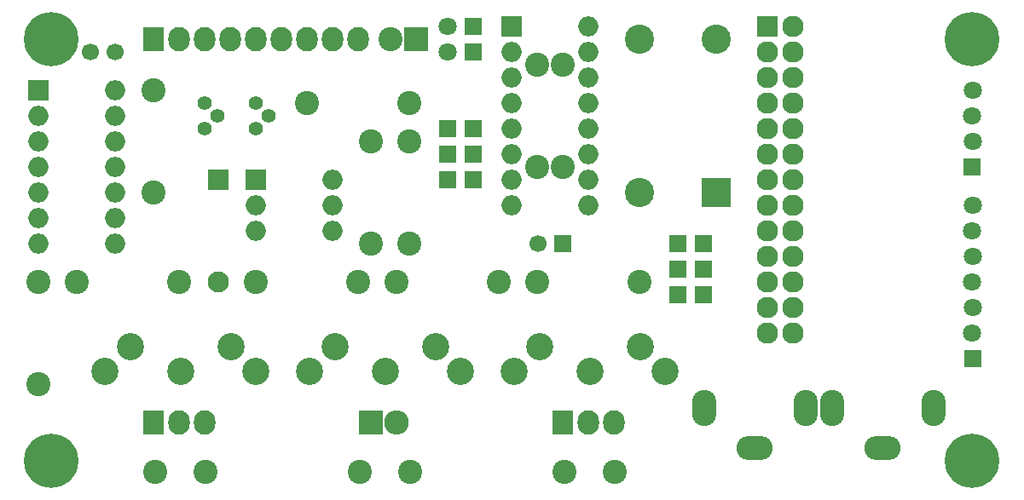
<source format=gbr>
G04 #@! TF.FileFunction,Soldermask,Top*
%FSLAX46Y46*%
G04 Gerber Fmt 4.6, Leading zero omitted, Abs format (unit mm)*
G04 Created by KiCad (PCBNEW 4.0.5+dfsg1-4) date Mon Aug 20 18:29:01 2018*
%MOMM*%
%LPD*%
G01*
G04 APERTURE LIST*
%ADD10C,0.100000*%
%ADD11C,1.400760*%
%ADD12R,2.000000X2.000000*%
%ADD13O,2.000000X2.000000*%
%ADD14C,2.700000*%
%ADD15C,2.400000*%
%ADD16R,2.899360X2.899360*%
%ADD17C,2.899360*%
%ADD18C,5.400000*%
%ADD19C,2.099260*%
%ADD20R,2.099260X2.099260*%
%ADD21C,1.700000*%
%ADD22C,2.398980*%
%ADD23R,2.127200X2.432000*%
%ADD24O,2.127200X2.432000*%
%ADD25R,2.432000X2.432000*%
%ADD26O,2.432000X2.432000*%
%ADD27R,2.127200X2.127200*%
%ADD28O,2.127200X2.127200*%
%ADD29R,1.797000X1.797000*%
%ADD30C,1.797000*%
%ADD31R,1.700000X1.700000*%
%ADD32R,2.400000X2.400000*%
%ADD33O,2.398980X3.597860*%
%ADD34O,3.597860X2.398980*%
G04 APERTURE END LIST*
D10*
D11*
X95250000Y-31750000D03*
X93980000Y-33020000D03*
X93980000Y-30480000D03*
D12*
X72390000Y-29210000D03*
D13*
X72390000Y-31750000D03*
X72390000Y-34290000D03*
X72390000Y-36830000D03*
X72390000Y-39370000D03*
X72390000Y-41910000D03*
X72390000Y-44450000D03*
X80010000Y-44450000D03*
X80010000Y-41910000D03*
X80010000Y-39370000D03*
X80010000Y-36830000D03*
X80010000Y-34290000D03*
X80010000Y-31750000D03*
X80010000Y-29210000D03*
D14*
X101800000Y-54650000D03*
D15*
X109300000Y-67150000D03*
D14*
X99300000Y-57150000D03*
X106800000Y-57150000D03*
X114300000Y-57150000D03*
X111800000Y-54650000D03*
D15*
X104300000Y-67150000D03*
D14*
X81480000Y-54650000D03*
D15*
X88980000Y-67150000D03*
D14*
X78980000Y-57150000D03*
X86480000Y-57150000D03*
X93980000Y-57150000D03*
X91480000Y-54650000D03*
D15*
X83980000Y-67150000D03*
D16*
X139700000Y-39370000D03*
D17*
X139700000Y-24130000D03*
X132080000Y-24130000D03*
X132080000Y-39370000D03*
D18*
X73660000Y-66040000D03*
X165100000Y-66040000D03*
X165100000Y-24130000D03*
D19*
X90172540Y-48260520D03*
D20*
X90172540Y-38100520D03*
D14*
X122120000Y-54650000D03*
D15*
X129620000Y-67150000D03*
D14*
X119620000Y-57150000D03*
X127120000Y-57150000D03*
X134620000Y-57150000D03*
X132120000Y-54650000D03*
D15*
X124620000Y-67150000D03*
D11*
X90170000Y-31750000D03*
X88900000Y-33020000D03*
X88900000Y-30480000D03*
D12*
X93980000Y-38100000D03*
D13*
X93980000Y-40640000D03*
X93980000Y-43180000D03*
X101600000Y-43180000D03*
X101600000Y-40640000D03*
X101600000Y-38100000D03*
D21*
X80010000Y-25400000D03*
X77510000Y-25400000D03*
D22*
X76200000Y-48260000D03*
X86360000Y-48260000D03*
X93980000Y-48260000D03*
X104140000Y-48260000D03*
X83820000Y-39370000D03*
X83820000Y-29210000D03*
X109220000Y-44450000D03*
X109220000Y-34290000D03*
X105410000Y-34290000D03*
X105410000Y-44450000D03*
X107950000Y-48260000D03*
X118110000Y-48260000D03*
X132080000Y-48260000D03*
X121920000Y-48260000D03*
X72390000Y-48260000D03*
X72390000Y-58420000D03*
D23*
X83820000Y-62230000D03*
D24*
X86360000Y-62230000D03*
X88900000Y-62230000D03*
D25*
X105410000Y-62230000D03*
D26*
X107950000Y-62230000D03*
D23*
X124460000Y-62230000D03*
D24*
X127000000Y-62230000D03*
X129540000Y-62230000D03*
D12*
X119380000Y-22860000D03*
D13*
X119380000Y-25400000D03*
X119380000Y-27940000D03*
X119380000Y-30480000D03*
X119380000Y-33020000D03*
X119380000Y-35560000D03*
X119380000Y-38100000D03*
X119380000Y-40640000D03*
X127000000Y-40640000D03*
X127000000Y-38100000D03*
X127000000Y-35560000D03*
X127000000Y-33020000D03*
X127000000Y-30480000D03*
X127000000Y-27940000D03*
X127000000Y-25400000D03*
X127000000Y-22860000D03*
D18*
X73660000Y-24130000D03*
D22*
X99060000Y-30480000D03*
X109220000Y-30480000D03*
D27*
X144780000Y-22860000D03*
D28*
X147320000Y-22860000D03*
X144780000Y-25400000D03*
X147320000Y-25400000D03*
X144780000Y-27940000D03*
X147320000Y-27940000D03*
X144780000Y-30480000D03*
X147320000Y-30480000D03*
X144780000Y-33020000D03*
X147320000Y-33020000D03*
X144780000Y-35560000D03*
X147320000Y-35560000D03*
X144780000Y-38100000D03*
X147320000Y-38100000D03*
X144780000Y-40640000D03*
X147320000Y-40640000D03*
X144780000Y-43180000D03*
X147320000Y-43180000D03*
X144780000Y-45720000D03*
X147320000Y-45720000D03*
X144780000Y-48260000D03*
X147320000Y-48260000D03*
X144780000Y-50800000D03*
X147320000Y-50800000D03*
X144780000Y-53340000D03*
X147320000Y-53340000D03*
D29*
X135890000Y-44450000D03*
X138430000Y-44450000D03*
X135890000Y-46990000D03*
X138430000Y-46990000D03*
X135890000Y-49530000D03*
X138430000Y-49530000D03*
D30*
X165039040Y-53340000D03*
X165160960Y-50800000D03*
X165039040Y-48260000D03*
X165160960Y-45720000D03*
X165039040Y-43180000D03*
D29*
X165160960Y-55880000D03*
D30*
X165160960Y-40640000D03*
X165160960Y-34290000D03*
X165039040Y-31750000D03*
D29*
X165039040Y-36830000D03*
D30*
X165160960Y-29210000D03*
D31*
X124460000Y-44450000D03*
D21*
X121960000Y-44450000D03*
D22*
X121920000Y-26670000D03*
X121920000Y-36830000D03*
X124460000Y-26670000D03*
X124460000Y-36830000D03*
D32*
X109855000Y-24130000D03*
D15*
X107315000Y-24130000D03*
D33*
X148564600Y-60772040D03*
D34*
X143510000Y-64770000D03*
D33*
X138455400Y-60772040D03*
X161264600Y-60772040D03*
D34*
X156210000Y-64770000D03*
D33*
X151155400Y-60772040D03*
D23*
X83820000Y-24130000D03*
D24*
X86360000Y-24130000D03*
X88900000Y-24130000D03*
X91440000Y-24130000D03*
X93980000Y-24130000D03*
X96520000Y-24130000D03*
X99060000Y-24130000D03*
X101600000Y-24130000D03*
X104140000Y-24130000D03*
D29*
X115570000Y-33020000D03*
X113030000Y-33020000D03*
X115570000Y-35560000D03*
X113030000Y-35560000D03*
X115570000Y-38100000D03*
X113030000Y-38100000D03*
X115570000Y-22860000D03*
D30*
X113030000Y-22860000D03*
D29*
X115570000Y-25400000D03*
D30*
X113030000Y-25400000D03*
M02*

</source>
